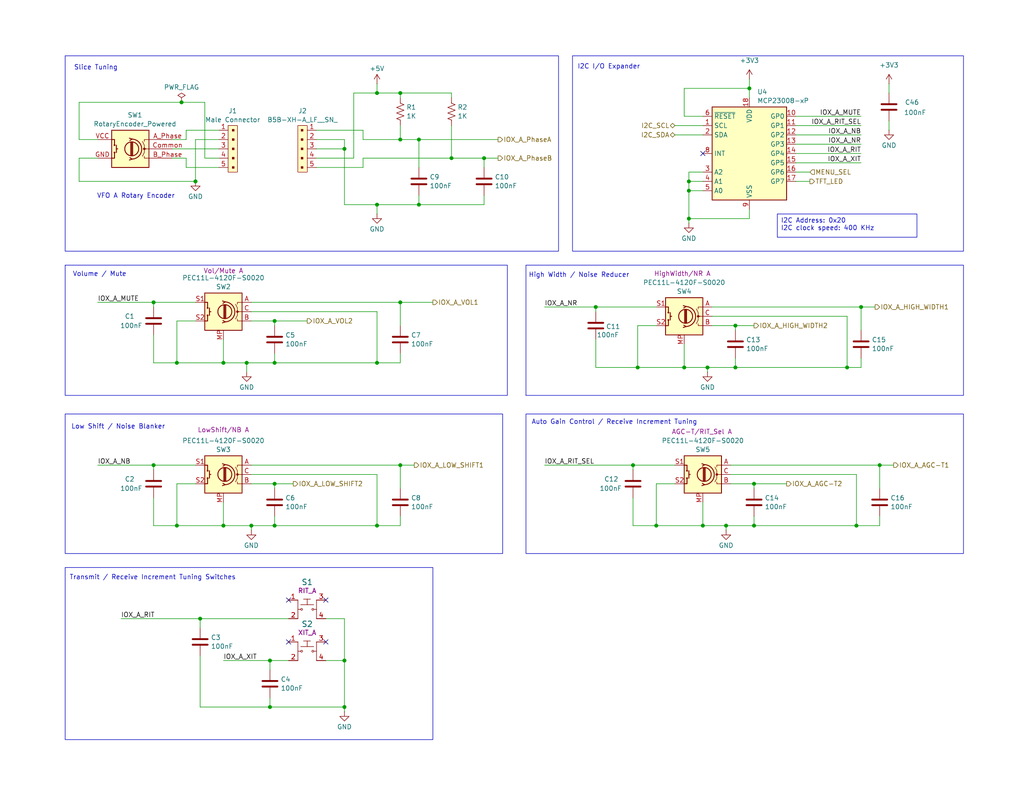
<source format=kicad_sch>
(kicad_sch (version 20250114) (generator "eeschema") (generator_version "9.0")
  (paper "USLetter")
  (title_block (title "KD0RC TeensyMaestro") (date "2025-07-27") (rev "v3.0") (company "NV0E") (comment 1 "Based on original design by KD0RC.") (comment 3 "PCB design by NV0E"))
  (lib_symbols
    (symbol "Device:C" (pin_numbers (hide yes)) (pin_names (offset 0.254))
      (property "Reference" "C" (at 0.635 2.54 0))
      (property "Value" "C" (at 0.635 -2.54 0))
      (symbol "C_0_1"
        (polyline (pts (xy -2.032 0.762) (xy 2.032 0.762)) (stroke (width 0.508)))
        (polyline (pts (xy -2.032 -0.762) (xy 2.032 -0.762)) (stroke (width 0.508)))
      )
      (symbol "C_1_1"
        (pin passive line (at 0 3.81 270) (length 2.794) (name "~") (number "1"))
        (pin passive line (at 0 -3.81 90) (length 2.794) (name "~") (number "2"))
      )
    )
    (symbol "Device:R_US" (pin_numbers (hide yes)) (pin_names (offset 0))
      (property "Reference" "R" (at 2.54 0 90))
      (property "Value" "R_US" (at -2.54 0 90))
      (symbol "R_US_0_1"
        (polyline (pts (xy 0 2.286) (xy 0 2.54)))
        (polyline (pts (xy 0 2.286) (xy 1.016 1.905) (xy 0 1.524) (xy -1.016 1.143) (xy 0 0.762)))
        (polyline (pts (xy 0 0.762) (xy 1.016 0.381) (xy 0 0) (xy -1.016 -0.381) (xy 0 -0.762)))
        (polyline (pts (xy 0 -0.762) (xy 1.016 -1.143) (xy 0 -1.524) (xy -1.016 -1.905) (xy 0 -2.286)))
        (polyline (pts (xy 0 -2.286) (xy 0 -2.54)))
      )
      (symbol "R_US_1_1"
        (pin passive line (at 0 3.81 270) (length 1.27) (name "~") (number "1"))
        (pin passive line (at 0 -3.81 90) (length 1.27) (name "~") (number "2"))
      )
    )
    (symbol "Device:RotaryEncoder_Switch_MP" (pin_names (offset 0.254) (hide yes))
      (property "Reference" "SW" (at 0 8.89 0))
      (property "Value" "RotaryEncoder_Switch_MP" (at 0 6.35 0))
      (symbol "RotaryEncoder_Switch_MP_0_1"
        (rectangle (start -5.08 5.08) (end 5.08 -5.08) (stroke (width 0.254)) (fill (type background)))
        (polyline (pts (xy -5.08 2.54) (xy -3.81 2.54) (xy -3.81 2.032)))
        (polyline (pts (xy -5.08 0) (xy -3.81 0) (xy -3.81 -1.016) (xy -3.302 -2.032)))
        (polyline (pts (xy -5.08 -2.54) (xy -3.81 -2.54) (xy -3.81 -2.032)))
        (polyline (pts (xy -4.318 0) (xy -3.81 0) (xy -3.81 1.016) (xy -3.302 2.032)))
        (circle (center -3.81 0) (radius 0.254) (fill (type outline)))
        (polyline (pts (xy -0.635 -1.778) (xy -0.635 1.778)) (stroke (width 0.254)))
        (circle (center -0.381 0) (radius 1.905) (stroke (width 0.254)))
        (polyline (pts (xy -0.381 -1.778) (xy -0.381 1.778)) (stroke (width 0.254)))
        (arc (start -0.381 -2.794) (mid -3.0988 -0.0635) (end -0.381 2.667) (stroke (width 0.254)))
        (polyline (pts (xy -0.127 1.778) (xy -0.127 -1.778)) (stroke (width 0.254)))
        (polyline (pts (xy 0.254 2.921) (xy -0.508 2.667) (xy 0.127 2.286)) (stroke (width 0.254)))
        (polyline (pts (xy 0.254 -3.048) (xy -0.508 -2.794) (xy 0.127 -2.413)) (stroke (width 0.254)))
        (polyline (pts (xy 3.81 1.016) (xy 3.81 -1.016)) (stroke (width 0.254)))
        (polyline (pts (xy 3.81 0) (xy 3.429 0)) (stroke (width 0.254)))
        (circle (center 4.318 1.016) (radius 0.127) (stroke (width 0.254)))
        (circle (center 4.318 -1.016) (radius 0.127) (stroke (width 0.254)))
        (polyline (pts (xy 5.08 2.54) (xy 4.318 2.54) (xy 4.318 1.016)) (stroke (width 0.254)))
        (polyline (pts (xy 5.08 -2.54) (xy 4.318 -2.54) (xy 4.318 -1.016)) (stroke (width 0.254)))
      )
      (symbol "RotaryEncoder_Switch_MP_1_1"
        (pin passive line (at -7.62 2.54 0) (length 2.54) (name "A") (number "A"))
        (pin passive line (at -7.62 0 0) (length 2.54) (name "C") (number "C"))
        (pin passive line (at -7.62 -2.54 0) (length 2.54) (name "B") (number "B"))
        (pin passive line (at 0 -7.62 90) (length 2.54) (name "MP") (number "MP"))
        (pin passive line (at 7.62 2.54 180) (length 2.54) (name "S1") (number "S1"))
        (pin passive line (at 7.62 -2.54 180) (length 2.54) (name "S2") (number "S2"))
      )
    )
    (symbol "Interface_Expansion:MCP23008-xP"
      (property "Reference" "U" (at -8.89 13.97 0))
      (property "Value" "MCP23008-xP" (at 8.89 13.97 0))
      (symbol "MCP23008-xP_0_1"
        (rectangle (start -10.16 12.7) (end 10.16 -12.7) (stroke (width 0.254)) (fill (type background)))
      )
      (symbol "MCP23008-xP_1_1"
        (pin input line (at -12.7 10.16 0) (length 2.54) (name "~{RESET}") (number "6"))
        (pin input line (at -12.7 7.62 0) (length 2.54) (name "SCL") (number "1"))
        (pin bidirectional line (at -12.7 5.08 0) (length 2.54) (name "SDA") (number "2"))
        (pin output line (at -12.7 0 0) (length 2.54) (name "INT") (number "8"))
        (pin input line (at -12.7 -5.08 0) (length 2.54) (name "A2") (number "3"))
        (pin input line (at -12.7 -7.62 0) (length 2.54) (name "A1") (number "4"))
        (pin input line (at -12.7 -10.16 0) (length 2.54) (name "A0") (number "5"))
        (pin no_connect line (at -10.16 -2.54 0) (length 2.54) (hide yes) (name "NC") (number "7"))
        (pin power_in line (at 0 15.24 270) (length 2.54) (name "VDD") (number "18"))
        (pin power_in line (at 0 -15.24 90) (length 2.54) (name "VSS") (number "9"))
        (pin bidirectional line (at 12.7 10.16 180) (length 2.54) (name "GP0") (number "10"))
        (pin bidirectional line (at 12.7 7.62 180) (length 2.54) (name "GP1") (number "11"))
        (pin bidirectional line (at 12.7 5.08 180) (length 2.54) (name "GP2") (number "12"))
        (pin bidirectional line (at 12.7 2.54 180) (length 2.54) (name "GP3") (number "13"))
        (pin bidirectional line (at 12.7 0 180) (length 2.54) (name "GP4") (number "14"))
        (pin bidirectional line (at 12.7 -2.54 180) (length 2.54) (name "GP5") (number "15"))
        (pin bidirectional line (at 12.7 -5.08 180) (length 2.54) (name "GP6") (number "16"))
        (pin bidirectional line (at 12.7 -7.62 180) (length 2.54) (name "GP7") (number "17"))
      )
    )
    (symbol "RIMU_Encoder:RotaryEncoder_Powered" (pin_names (offset 0) (hide yes))
      (property "Reference" "SW" (at 0 6.604 0))
      (property "Value" "RotaryEncoder_Powered" (at 0 -6.604 0))
      (symbol "RotaryEncoder_Powered_0_1"
        (rectangle (start -5.08 5.08) (end 5.08 -5.08) (stroke (width 0.254)) (fill (type background)))
        (polyline (pts (xy -5.08 2.54) (xy -8.89 2.54)))
        (polyline (pts (xy -5.08 2.54) (xy -3.81 2.54) (xy -3.81 2.032)))
        (polyline (pts (xy -5.08 0) (xy -8.89 0)))
        (polyline (pts (xy -5.08 0) (xy -3.81 0) (xy -3.81 -1.016) (xy -3.302 -2.032)))
        (polyline (pts (xy -5.08 -2.54) (xy -8.89 -2.54)))
        (polyline (pts (xy -5.08 -2.54) (xy -3.81 -2.54) (xy -3.81 -2.032)))
        (polyline (pts (xy -4.318 0) (xy -3.81 0) (xy -3.81 1.016) (xy -3.302 2.032)))
        (circle (center -3.81 0) (radius 0.254) (fill (type outline)))
        (polyline (pts (xy -0.635 -1.778) (xy -0.635 1.778)) (stroke (width 0.254)))
        (circle (center -0.381 0) (radius 1.905) (stroke (width 0.254)))
        (polyline (pts (xy -0.381 -1.778) (xy -0.381 1.778)) (stroke (width 0.254)))
        (arc (start -0.381 -2.794) (mid -3.0988 -0.0635) (end -0.381 2.667) (stroke (width 0.254)))
        (polyline (pts (xy -0.127 1.778) (xy -0.127 -1.778)) (stroke (width 0.254)))
        (polyline (pts (xy 0.254 2.921) (xy -0.508 2.667) (xy 0.127 2.286)) (stroke (width 0.254)))
        (polyline (pts (xy 0.254 -3.048) (xy -0.508 -2.794) (xy 0.127 -2.413)) (stroke (width 0.254)))
        (polyline (pts (xy 3.81 1.016) (xy 3.81 -1.016)) (stroke (width 0.254)))
        (polyline (pts (xy 3.81 0) (xy 3.429 0)) (stroke (width 0.254)))
        (circle (center 4.318 1.016) (radius 0.127) (stroke (width 0.254)))
        (circle (center 4.318 -1.016) (radius 0.127) (stroke (width 0.254)))
        (polyline (pts (xy 5.08 2.54) (xy 4.318 2.54) (xy 4.318 1.016)) (stroke (width 0.254)))
        (polyline (pts (xy 5.08 -2.54) (xy 4.318 -2.54) (xy 4.318 -1.016)) (stroke (width 0.254)))
        (polyline (pts (xy 6.35 2.54) (xy 5.08 2.54)))
        (polyline (pts (xy 6.35 -2.54) (xy 5.08 -2.54)))
      )
      (symbol "RotaryEncoder_Powered_1_1"
        (pin passive line (at -11.43 2.54 0) (length 2.54) (name "A_Phase") (number "A_Phase"))
        (pin passive line (at -11.43 0 0) (length 2.54) (name "Common") (number "Common"))
        (pin passive line (at -11.43 -2.54 0) (length 2.54) (name "B_Phase") (number "B_Phase"))
        (pin power_in line (at 8.89 2.54 180) (length 2.54) (name "VCC") (number "VCC"))
        (pin power_in line (at 8.89 -2.54 180) (length 2.54) (name "GND") (number "GND"))
      )
    )
    (symbol "dk_Rectangular-Connectors-Headers-Male-Pins:B5B-XH-A_LF__SN_" (pin_names (offset 1.016))
      (property "Reference" "J" (at -2.54 -1.27 0))
      (property "Value" "B5B-XH-A_LF__SN_" (at 5.08 -3.81 0))
      (symbol "B5B-XH-A_LF__SN__1_1"
        (rectangle (start -1.27 0) (end 11.43 -2.54) (fill (type background)))
        (rectangle (start -0.254 -1.143) (end 0.254 -1.651) (fill (type outline)))
        (rectangle (start 2.286 -1.143) (end 2.794 -1.651) (fill (type outline)))
        (rectangle (start 4.826 -1.143) (end 5.334 -1.651) (fill (type outline)))
        (rectangle (start 7.366 -1.143) (end 7.874 -1.651) (fill (type outline)))
        (rectangle (start 9.906 -1.143) (end 10.414 -1.651) (fill (type outline)))
        (pin passive line (at 0 2.54 270) (length 2.54) (name "~") (number "1"))
        (pin passive line (at 2.54 2.54 270) (length 2.54) (name "~") (number "2"))
        (pin passive line (at 5.08 2.54 270) (length 2.54) (name "~") (number "3"))
        (pin passive line (at 7.62 2.54 270) (length 2.54) (name "~") (number "4"))
        (pin passive line (at 10.16 2.54 270) (length 2.54) (name "~") (number "5"))
      )
    )
    (symbol "dk_Tactile-Switches:1825910-6" (pin_names (offset 1.016))
      (property "Reference" "S" (at 0 4.572 0))
      (property "Value" "1825910-6" (at 0.127 -5.08 0))
      (symbol "1825910-6_0_1"
        (polyline (pts (xy -2.54 2.54) (xy -2.54 -2.54)))
        (polyline (pts (xy -1.778 1.27) (xy 1.778 1.27)))
        (polyline (pts (xy -1.778 0) (xy -2.54 0)))
        (circle (center -1.524 0) (radius 0.254))
        (circle (center 1.524 0) (radius 0.254))
        (polyline (pts (xy 2.54 0) (xy 1.778 0)))
        (polyline (pts (xy 2.54 -2.54) (xy 2.54 2.54)))
      )
      (symbol "1825910-6_1_1"
        (polyline (pts (xy -1.016 2.794) (xy 0.889 2.794)))
        (polyline (pts (xy 0 2.794) (xy 0 1.27)))
        (pin passive line (at -5.08 2.54 0) (length 2.54) (name "~") (number "1"))
        (pin passive line (at -5.08 -2.54 0) (length 2.54) (name "~") (number "2"))
        (pin passive line (at 5.08 2.54 180) (length 2.54) (name "~") (number "3"))
        (pin passive line (at 5.08 -2.54 180) (length 2.54) (name "~") (number "4"))
      )
    )
    (symbol "power:+3.3V" (power) (pin_numbers (hide yes)) (pin_names (offset 0) (hide yes))
      (property "Value" "+3.3V" (at 0 3.556 0))
      (symbol "+3.3V_0_1"
        (polyline (pts (xy -0.762 1.27) (xy 0 2.54)))
        (polyline (pts (xy 0 2.54) (xy 0.762 1.27)))
        (polyline (pts (xy 0 0) (xy 0 2.54)))
      )
      (symbol "+3.3V_1_1"
        (pin power_in line (at 0 0 90) (length 0) (name "~") (number "1"))
      )
    )
    (symbol "power:+5V" (power) (pin_numbers (hide yes)) (pin_names (offset 0) (hide yes))
      (property "Value" "+5V" (at 0 3.556 0))
      (symbol "+5V_0_1"
        (polyline (pts (xy -0.762 1.27) (xy 0 2.54)))
        (polyline (pts (xy 0 2.54) (xy 0.762 1.27)))
        (polyline (pts (xy 0 0) (xy 0 2.54)))
      )
      (symbol "+5V_1_1"
        (pin power_in line (at 0 0 90) (length 0) (name "~") (number "1"))
      )
    )
    (symbol "power:GND" (power) (pin_numbers (hide yes)) (pin_names (offset 0) (hide yes))
      (property "Value" "GND" (at 0 -3.81 0))
      (symbol "GND_0_1"
        (polyline (pts (xy 0 0) (xy 0 -1.27) (xy 1.27 -1.27) (xy 0 -2.54) (xy -1.27 -1.27) (xy 0 -1.27)))
      )
      (symbol "GND_1_1"
        (pin power_in line (at 0 0 270) (length 0) (name "~") (number "1"))
      )
    )
    (symbol "power:PWR_FLAG" (power) (pin_numbers (hide yes)) (pin_names (offset 0) (hide yes))
      (property "Value" "PWR_FLAG" (at 0 3.81 0))
      (symbol "PWR_FLAG_0_0"
        (pin power_out line (at 0 0 90) (length 0) (name "~") (number "1"))
      )
      (symbol "PWR_FLAG_0_1"
        (polyline (pts (xy 0 0) (xy 0 1.27) (xy -1.016 1.905) (xy 0 2.54) (xy 1.016 1.905) (xy 0 1.27)))
      )
    )
  )
  (rectangle (start 17.78 113.03) (end 137.16 151.13))
  (rectangle (start 143.51 72.39) (end 262.89 107.95))
  (rectangle (start 17.78 72.39) (end 138.43 107.95))
  (rectangle (start 156.21 15.24) (end 262.89 68.58))
  (rectangle (start 143.51 107.95) (end 143.51 107.95))
  (rectangle (start 17.78 154.94) (end 118.11 201.93))
  (rectangle (start 17.78 15.24) (end 152.4 68.58))
  (rectangle (start 143.51 113.03) (end 262.89 151.13))
  (text "Volume / Mute" (at 27.178 74.93 0) (effects (font (size 1.27 1.27))))
  (text "Slice Tuning" (at 26.162 18.542 0) (effects (font (size 1.27 1.27))))
  (text "Low Shift / Noise Blanker" (at 32.258 116.586 0) (effects (font (size 1.27 1.27))))
  (text "High Width / Noise Reducer" (at 157.988 75.184 0) (effects (font (size 1.27 1.27))))
  (text "I2C I/O Expander" (at 166.116 18.288 0) (effects (font (size 1.27 1.27))))
  (text "VFO A Rotary Encoder" (at 37.084 53.594 0) (effects (font (size 1.27 1.27))))
  (text "Transmit / Receive Increment Tuning Switches" (at 41.656 157.734 0) (effects (font (size 1.27 1.27))))
  (text "Auto Gain Control / Receive Increment Tuning" (at 167.64 115.316 0) (effects (font (size 1.27 1.27))))
  (text_box "I2C Address: 0x20\nI2C clock speed: 400 KHz" (at 212.09 58.42 0) (size 38.1 6.35) (margins 0.9525 0.9525 0.9525 0.9525) (effects (font (size 1.27 1.27)) (justify left top)))
  (junction (at 205.74 143.51))
  (junction (at 132.08 43.18))
  (junction (at 109.22 127))
  (junction (at 231.14 100.33))
  (junction (at 179.07 143.51))
  (junction (at 93.98 40.64))
  (junction (at 74.93 132.08))
  (junction (at 123.19 43.18))
  (junction (at 102.87 25.4))
  (junction (at 187.96 52.07))
  (junction (at 191.77 143.51))
  (junction (at 240.03 127))
  (junction (at 41.91 82.55))
  (junction (at 67.31 99.06))
  (junction (at 48.26 99.06))
  (junction (at 187.96 59.69))
  (junction (at 53.34 49.53))
  (junction (at 198.12 143.51))
  (junction (at 102.87 99.06))
  (junction (at 173.99 100.33))
  (junction (at 102.87 55.88))
  (junction (at 60.96 99.06))
  (junction (at 109.22 82.55))
  (junction (at 205.74 132.08))
  (junction (at 109.22 38.1))
  (junction (at 200.66 88.9))
  (junction (at 200.66 100.33))
  (junction (at 54.61 168.91))
  (junction (at 93.98 180.34))
  (junction (at 48.26 143.51))
  (junction (at 109.22 25.4))
  (junction (at 73.66 180.34))
  (junction (at 74.93 99.06))
  (junction (at 41.91 127))
  (junction (at 186.69 100.33))
  (junction (at 204.47 24.13))
  (junction (at 233.68 143.51))
  (junction (at 49.53 27.94))
  (junction (at 73.66 193.04))
  (junction (at 172.72 127))
  (junction (at 234.95 83.82))
  (junction (at 114.3 55.88))
  (junction (at 74.93 143.51))
  (junction (at 74.93 87.63))
  (junction (at 68.58 143.51))
  (junction (at 162.56 83.82))
  (junction (at 60.96 143.51))
  (junction (at 114.3 38.1))
  (junction (at 102.87 143.51))
  (junction (at 93.98 193.04))
  (junction (at 193.04 100.33))
  (junction (at 187.96 49.53))
  (no_connect (at 78.74 163.83))
  (no_connect (at 191.77 41.91))
  (no_connect (at 88.9 163.83))
  (no_connect (at 78.74 175.26))
  (no_connect (at 88.9 175.26))
  (wire (pts (xy 187.96 52.07) (xy 191.77 52.07)))
  (wire (pts (xy 26.67 127) (xy 41.91 127)))
  (wire (pts (xy 73.66 190.5) (xy 73.66 193.04)))
  (wire (pts (xy 191.77 46.99) (xy 187.96 46.99)))
  (wire (pts (xy 132.08 53.34) (xy 132.08 55.88)))
  (wire (pts (xy 114.3 53.34) (xy 114.3 55.88)))
  (wire (pts (xy 217.17 31.75) (xy 234.95 31.75)))
  (wire (pts (xy 162.56 83.82) (xy 162.56 85.09)))
  (wire (pts (xy 173.99 100.33) (xy 186.69 100.33)))
  (wire (pts (xy 74.93 132.08) (xy 80.01 132.08)))
  (wire (pts (xy 240.03 127) (xy 240.03 133.35)))
  (wire (pts (xy 234.95 97.79) (xy 234.95 100.33)))
  (wire (pts (xy 109.22 82.55) (xy 109.22 88.9)))
  (wire (pts (xy 199.39 127) (xy 240.03 127)))
  (wire (pts (xy 186.69 93.98) (xy 186.69 100.33)))
  (wire (pts (xy 132.08 43.18) (xy 135.89 43.18)))
  (wire (pts (xy 109.22 96.52) (xy 109.22 99.06)))
  (wire (pts (xy 60.96 92.71) (xy 60.96 99.06)))
  (wire (pts (xy 54.61 193.04) (xy 73.66 193.04)))
  (wire (pts (xy 102.87 143.51) (xy 109.22 143.51)))
  (wire (pts (xy 123.19 43.18) (xy 132.08 43.18)))
  (wire (pts (xy 54.61 168.91) (xy 54.61 171.45)))
  (wire (pts (xy 204.47 57.15) (xy 204.47 59.69)))
  (wire (pts (xy 242.57 22.86) (xy 242.57 25.4)))
  (wire (pts (xy 41.91 82.55) (xy 41.91 83.82)))
  (wire (pts (xy 148.59 83.82) (xy 162.56 83.82)))
  (wire (pts (xy 50.8 35.56) (xy 59.69 35.56)))
  (wire (pts (xy 54.61 168.91) (xy 78.74 168.91)))
  (wire (pts (xy 60.96 143.51) (xy 68.58 143.51)))
  (wire (pts (xy 68.58 143.51) (xy 68.58 144.78)))
  (wire (pts (xy 102.87 25.4) (xy 109.22 25.4)))
  (wire (pts (xy 184.15 34.29) (xy 191.77 34.29)))
  (wire (pts (xy 93.98 193.04) (xy 93.98 194.31)))
  (wire (pts (xy 217.17 41.91) (xy 234.95 41.91)))
  (wire (pts (xy 49.53 27.94) (xy 55.88 27.94)))
  (wire (pts (xy 109.22 127) (xy 109.22 133.35)))
  (wire (pts (xy 242.57 33.02) (xy 242.57 35.56)))
  (wire (pts (xy 187.96 49.53) (xy 191.77 49.53)))
  (wire (pts (xy 200.66 88.9) (xy 200.66 90.17)))
  (wire (pts (xy 41.91 82.55) (xy 53.34 82.55)))
  (wire (pts (xy 53.34 49.53) (xy 53.34 38.1)))
  (wire (pts (xy 184.15 132.08) (xy 179.07 132.08)))
  (wire (pts (xy 187.96 52.07) (xy 187.96 59.69)))
  (wire (pts (xy 60.96 137.16) (xy 60.96 143.51)))
  (wire (pts (xy 187.96 46.99) (xy 187.96 49.53)))
  (wire (pts (xy 46.99 38.1) (xy 50.8 38.1)))
  (wire (pts (xy 46.99 40.64) (xy 59.69 40.64)))
  (wire (pts (xy 88.9 168.91) (xy 93.98 168.91)))
  (wire (pts (xy 217.17 39.37) (xy 234.95 39.37)))
  (wire (pts (xy 93.98 55.88) (xy 102.87 55.88)))
  (wire (pts (xy 26.67 38.1) (xy 21.59 38.1)))
  (wire (pts (xy 217.17 34.29) (xy 234.95 34.29)))
  (wire (pts (xy 96.52 25.4) (xy 96.52 43.18)))
  (wire (pts (xy 193.04 100.33) (xy 193.04 101.6)))
  (wire (pts (xy 102.87 22.86) (xy 102.87 25.4)))
  (wire (pts (xy 204.47 59.69) (xy 187.96 59.69)))
  (wire (pts (xy 123.19 34.29) (xy 123.19 43.18)))
  (wire (pts (xy 123.19 26.67) (xy 123.19 25.4)))
  (wire (pts (xy 48.26 87.63) (xy 48.26 99.06)))
  (wire (pts (xy 191.77 143.51) (xy 198.12 143.51)))
  (wire (pts (xy 99.06 45.72) (xy 86.36 45.72)))
  (wire (pts (xy 68.58 82.55) (xy 109.22 82.55)))
  (wire (pts (xy 26.67 43.18) (xy 21.59 43.18)))
  (wire (pts (xy 41.91 127) (xy 53.34 127)))
  (wire (pts (xy 186.69 31.75) (xy 186.69 24.13)))
  (wire (pts (xy 194.31 86.36) (xy 231.14 86.36)))
  (wire (pts (xy 78.74 180.34) (xy 73.66 180.34)))
  (wire (pts (xy 194.31 83.82) (xy 234.95 83.82)))
  (wire (pts (xy 205.74 140.97) (xy 205.74 143.51)))
  (wire (pts (xy 217.17 44.45) (xy 234.95 44.45)))
  (wire (pts (xy 179.07 132.08) (xy 179.07 143.51)))
  (wire (pts (xy 73.66 193.04) (xy 93.98 193.04)))
  (wire (pts (xy 194.31 88.9) (xy 200.66 88.9)))
  (wire (pts (xy 102.87 99.06) (xy 109.22 99.06)))
  (wire (pts (xy 199.39 129.54) (xy 233.68 129.54)))
  (wire (pts (xy 205.74 143.51) (xy 233.68 143.51)))
  (wire (pts (xy 68.58 129.54) (xy 102.87 129.54)))
  (wire (pts (xy 198.12 143.51) (xy 205.74 143.51)))
  (wire (pts (xy 93.98 40.64) (xy 93.98 55.88)))
  (wire (pts (xy 68.58 132.08) (xy 74.93 132.08)))
  (wire (pts (xy 48.26 143.51) (xy 60.96 143.51)))
  (wire (pts (xy 68.58 127) (xy 109.22 127)))
  (wire (pts (xy 102.87 85.09) (xy 102.87 99.06)))
  (wire (pts (xy 109.22 127) (xy 113.03 127)))
  (wire (pts (xy 162.56 83.82) (xy 179.07 83.82)))
  (wire (pts (xy 74.93 132.08) (xy 74.93 133.35)))
  (wire (pts (xy 54.61 179.07) (xy 54.61 193.04)))
  (wire (pts (xy 74.93 87.63) (xy 74.93 88.9)))
  (wire (pts (xy 21.59 49.53) (xy 53.34 49.53)))
  (wire (pts (xy 86.36 35.56) (xy 99.06 35.56)))
  (wire (pts (xy 240.03 127) (xy 243.84 127)))
  (wire (pts (xy 60.96 99.06) (xy 67.31 99.06)))
  (wire (pts (xy 200.66 88.9) (xy 205.74 88.9)))
  (wire (pts (xy 68.58 87.63) (xy 74.93 87.63)))
  (wire (pts (xy 68.58 143.51) (xy 74.93 143.51)))
  (wire (pts (xy 53.34 38.1) (xy 59.69 38.1)))
  (wire (pts (xy 109.22 25.4) (xy 109.22 26.67)))
  (wire (pts (xy 109.22 140.97) (xy 109.22 143.51)))
  (wire (pts (xy 73.66 180.34) (xy 73.66 182.88)))
  (wire (pts (xy 41.91 143.51) (xy 48.26 143.51)))
  (wire (pts (xy 186.69 24.13) (xy 204.47 24.13)))
  (wire (pts (xy 53.34 87.63) (xy 48.26 87.63)))
  (polyline (pts (xy 17.78 72.39) (xy 17.78 72.39)))
  (wire (pts (xy 200.66 97.79) (xy 200.66 100.33)))
  (wire (pts (xy 86.36 40.64) (xy 93.98 40.64)))
  (wire (pts (xy 74.93 87.63) (xy 83.82 87.63)))
  (wire (pts (xy 74.93 99.06) (xy 102.87 99.06)))
  (wire (pts (xy 187.96 49.53) (xy 187.96 52.07)))
  (wire (pts (xy 86.36 38.1) (xy 93.98 38.1)))
  (wire (pts (xy 234.95 83.82) (xy 234.95 90.17)))
  (wire (pts (xy 109.22 38.1) (xy 114.3 38.1)))
  (wire (pts (xy 123.19 43.18) (xy 99.06 43.18)))
  (wire (pts (xy 123.19 25.4) (xy 109.22 25.4)))
  (wire (pts (xy 99.06 43.18) (xy 99.06 45.72)))
  (wire (pts (xy 186.69 100.33) (xy 193.04 100.33)))
  (wire (pts (xy 231.14 100.33) (xy 234.95 100.33)))
  (wire (pts (xy 233.68 143.51) (xy 240.03 143.51)))
  (wire (pts (xy 67.31 99.06) (xy 67.31 101.6)))
  (wire (pts (xy 93.98 180.34) (xy 93.98 193.04)))
  (wire (pts (xy 204.47 21.59) (xy 204.47 24.13)))
  (wire (pts (xy 41.91 91.44) (xy 41.91 99.06)))
  (wire (pts (xy 55.88 27.94) (xy 55.88 43.18)))
  (wire (pts (xy 162.56 92.71) (xy 162.56 100.33)))
  (wire (pts (xy 74.93 140.97) (xy 74.93 143.51)))
  (wire (pts (xy 205.74 132.08) (xy 205.74 133.35)))
  (wire (pts (xy 41.91 135.89) (xy 41.91 143.51)))
  (wire (pts (xy 93.98 38.1) (xy 93.98 40.64)))
  (wire (pts (xy 114.3 38.1) (xy 135.89 38.1)))
  (wire (pts (xy 55.88 43.18) (xy 59.69 43.18)))
  (wire (pts (xy 231.14 86.36) (xy 231.14 100.33)))
  (wire (pts (xy 205.74 132.08) (xy 214.63 132.08)))
  (wire (pts (xy 74.93 96.52) (xy 74.93 99.06)))
  (wire (pts (xy 102.87 129.54) (xy 102.87 143.51)))
  (wire (pts (xy 99.06 38.1) (xy 109.22 38.1)))
  (wire (pts (xy 217.17 49.53) (xy 220.98 49.53)))
  (wire (pts (xy 179.07 88.9) (xy 173.99 88.9)))
  (wire (pts (xy 114.3 38.1) (xy 114.3 45.72)))
  (wire (pts (xy 200.66 100.33) (xy 231.14 100.33)))
  (wire (pts (xy 191.77 137.16) (xy 191.77 143.51)))
  (wire (pts (xy 191.77 31.75) (xy 186.69 31.75)))
  (wire (pts (xy 21.59 43.18) (xy 21.59 49.53)))
  (wire (pts (xy 60.96 180.34) (xy 73.66 180.34)))
  (wire (pts (xy 187.96 59.69) (xy 187.96 60.96)))
  (wire (pts (xy 234.95 83.82) (xy 238.76 83.82)))
  (wire (pts (xy 204.47 24.13) (xy 204.47 26.67)))
  (wire (pts (xy 93.98 168.91) (xy 93.98 180.34)))
  (wire (pts (xy 96.52 25.4) (xy 102.87 25.4)))
  (wire (pts (xy 172.72 127) (xy 184.15 127)))
  (wire (pts (xy 217.17 36.83) (xy 234.95 36.83)))
  (wire (pts (xy 50.8 43.18) (xy 50.8 45.72)))
  (wire (pts (xy 217.17 46.99) (xy 220.98 46.99)))
  (wire (pts (xy 50.8 45.72) (xy 59.69 45.72)))
  (wire (pts (xy 172.72 135.89) (xy 172.72 143.51)))
  (wire (pts (xy 179.07 143.51) (xy 191.77 143.51)))
  (wire (pts (xy 99.06 35.56) (xy 99.06 38.1)))
  (wire (pts (xy 173.99 88.9) (xy 173.99 100.33)))
  (wire (pts (xy 33.02 168.91) (xy 54.61 168.91)))
  (wire (pts (xy 184.15 36.83) (xy 191.77 36.83)))
  (wire (pts (xy 67.31 99.06) (xy 74.93 99.06)))
  (wire (pts (xy 86.36 43.18) (xy 96.52 43.18)))
  (wire (pts (xy 132.08 55.88) (xy 114.3 55.88)))
  (wire (pts (xy 41.91 99.06) (xy 48.26 99.06)))
  (wire (pts (xy 148.59 127) (xy 172.72 127)))
  (wire (pts (xy 172.72 143.51) (xy 179.07 143.51)))
  (wire (pts (xy 21.59 27.94) (xy 49.53 27.94)))
  (wire (pts (xy 109.22 34.29) (xy 109.22 38.1)))
  (wire (pts (xy 68.58 85.09) (xy 102.87 85.09)))
  (wire (pts (xy 41.91 127) (xy 41.91 128.27)))
  (wire (pts (xy 172.72 127) (xy 172.72 128.27)))
  (wire (pts (xy 74.93 143.51) (xy 102.87 143.51)))
  (wire (pts (xy 102.87 55.88) (xy 114.3 55.88)))
  (wire (pts (xy 48.26 99.06) (xy 60.96 99.06)))
  (wire (pts (xy 132.08 43.18) (xy 132.08 45.72)))
  (wire (pts (xy 46.99 43.18) (xy 50.8 43.18)))
  (wire (pts (xy 109.22 82.55) (xy 118.11 82.55)))
  (wire (pts (xy 26.67 82.55) (xy 41.91 82.55)))
  (wire (pts (xy 198.12 143.51) (xy 198.12 144.78)))
  (wire (pts (xy 240.03 140.97) (xy 240.03 143.51)))
  (wire (pts (xy 88.9 180.34) (xy 93.98 180.34)))
  (wire (pts (xy 199.39 132.08) (xy 205.74 132.08)))
  (wire (pts (xy 162.56 100.33) (xy 173.99 100.33)))
  (wire (pts (xy 233.68 129.54) (xy 233.68 143.51)))
  (wire (pts (xy 50.8 38.1) (xy 50.8 35.56)))
  (wire (pts (xy 53.34 132.08) (xy 48.26 132.08)))
  (wire (pts (xy 193.04 100.33) (xy 200.66 100.33)))
  (wire (pts (xy 102.87 55.88) (xy 102.87 58.42)))
  (wire (pts (xy 48.26 132.08) (xy 48.26 143.51)))
  (wire (pts (xy 21.59 38.1) (xy 21.59 27.94)))
  (label "IOX_A_RIT" (at 33.02 168.91 0))
  (label "IOX_A_XIT" (at 234.95 44.45 180))
  (label "IOX_A_NB" (at 26.67 127 0))
  (label "IOX_A_NR" (at 234.95 39.37 180))
  (label "IOX_A_RIT_SEL" (at 234.95 34.29 180))
  (label "IOX_A_MUTE" (at 26.67 82.55 0))
  (label "IOX_A_NB" (at 234.95 36.83 180))
  (label "IOX_A_XIT" (at 60.96 180.34 0))
  (label "IOX_A_RIT_SEL" (at 148.59 127 0))
  (label "IOX_A_NR" (at 148.59 83.82 0))
  (label "IOX_A_MUTE" (at 234.95 31.75 180))
  (label "IOX_A_RIT" (at 234.95 41.91 180))
  (hierarchical_label "IOX_A_PhaseA" (shape output) (at 135.89 38.1 0))
  (hierarchical_label "I2C_SCL" (shape bidirectional) (at 184.15 34.29 180))
  (hierarchical_label "MENU_SEL" (shape input) (at 220.98 46.99 0))
  (hierarchical_label "IOX_A_AGC-T1" (shape output) (at 243.84 127 0))
  (hierarchical_label "IOX_A_HIGH_WIDTH1" (shape output) (at 238.76 83.82 0))
  (hierarchical_label "TFT_LED" (shape output) (at 220.98 49.53 0))
  (hierarchical_label "I2C_SDA" (shape bidirectional) (at 184.15 36.83 180))
  (hierarchical_label "IOX_A_PhaseB" (shape output) (at 135.89 43.18 0))
  (hierarchical_label "IOX_A_VOL2" (shape output) (at 83.82 87.63 0))
  (hierarchical_label "IOX_A_LOW_SHIFT1" (shape output) (at 113.03 127 0))
  (hierarchical_label "IOX_A_LOW_SHIFT2" (shape output) (at 80.01 132.08 0))
  (hierarchical_label "IOX_A_AGC-T2" (shape output) (at 214.63 132.08 0))
  (hierarchical_label "IOX_A_VOL1" (shape output) (at 118.11 82.55 0))
  (hierarchical_label "IOX_A_HIGH_WIDTH2" (shape output) (at 205.74 88.9 0))
  (symbol (lib_id "power:GND") (at 102.87 58.42 0) (unit 1)
    (property "Reference" "#PWR011" (effects (hide yes)))
    (property "Value" "GND" (at 102.87 62.5531 0))
    (property "Description" "Power symbol creates a global label with name \"GND\" , ground" (effects (hide yes)))
  )
  (symbol (lib_id "Device:R_US") (at 109.22 30.48 0) (unit 1)
    (property "Reference" "R1" (at 110.871 29.2678 0) (effects (justify left)))
    (property "Value" "1K" (at 110.871 31.6921 0) (effects (justify left)))
    (property "Footprint" "Resistor_THT:R_Axial_DIN0207_L6.3mm_D2.5mm_P10.16mm_Horizontal" (effects (hide yes)))
    (property "Description" "Resistor, US symbol" (effects (hide yes)))
  )
  (symbol (lib_id "power:GND") (at 53.34 49.53 0) (unit 1)
    (property "Reference" "#PWR027" (effects (hide yes)))
    (property "Value" "GND" (at 53.34 53.6631 0))
    (property "Description" "Power symbol creates a global label with name \"GND\" , ground" (effects (hide yes)))
  )
  (symbol (lib_id "Device:C") (at 172.72 132.08 0) (unit 1)
    (property "Reference" "C12" (at 164.846 130.81 0) (effects (justify left)))
    (property "Value" "100nF" (at 163.576 133.35 0) (effects (justify left)))
    (property "Footprint" "Capacitor_THT:C_Disc_D5.0mm_W2.5mm_P5.00mm" (effects (hide yes)))
    (property "Description" "Unpolarized capacitor" (effects (hide yes)))
  )
  (symbol (lib_id "power:GND") (at 242.57 35.56 0) (unit 1)
    (property "Reference" "#PWR047" (effects (hide yes)))
    (property "Value" "GND" (at 242.57 39.6931 0))
    (property "Description" "Power symbol creates a global label with name \"GND\" , ground" (effects (hide yes)))
  )
  (symbol (lib_id "Device:C") (at 240.03 137.16 0) (unit 1)
    (property "Reference" "C16" (at 242.951 135.9478 0) (effects (justify left)))
    (property "Value" "100nF" (at 242.951 138.3721 0) (effects (justify left)))
    (property "Footprint" "Capacitor_THT:C_Disc_D5.0mm_W2.5mm_P5.00mm" (effects (hide yes)))
    (property "Description" "Unpolarized capacitor" (effects (hide yes)))
  )
  (symbol (lib_id "Device:RotaryEncoder_Switch_MP") (at 186.69 86.36 0) (mirror y) (unit 1)
    (property "Reference" "SW4" (at 186.69 79.5599 0))
    (property "Value" "PEC11L-4120F-S0020" (at 186.69 77.1356 0))
    (property "Footprint" "RIMU_Encoders:PEC11L4115FS0020_VNR" (effects (hide yes)))
    (property "Description" "Rotary encoder, dual channel, incremental quadrate outputs, with switch and MP Pin" (effects (hide yes)))
    (property "Purpose" "HighWidth/NR A" (at 186.182 74.676 0))
  )
  (symbol (lib_id "Device:R_US") (at 123.19 30.48 0) (unit 1)
    (property "Reference" "R2" (at 124.841 29.2678 0) (effects (justify left)))
    (property "Value" "1K" (at 124.841 31.6921 0) (effects (justify left)))
    (property "Footprint" "Resistor_THT:R_Axial_DIN0207_L6.3mm_D2.5mm_P10.16mm_Horizontal" (effects (hide yes)))
    (property "Description" "Resistor, US symbol" (effects (hide yes)))
  )
  (symbol (lib_id "Device:C") (at 200.66 93.98 0) (unit 1)
    (property "Reference" "C13" (at 203.581 92.7678 0) (effects (justify left)))
    (property "Value" "100nF" (at 203.581 95.1921 0) (effects (justify left)))
    (property "Footprint" "Capacitor_THT:C_Disc_D5.0mm_W2.5mm_P5.00mm" (effects (hide yes)))
    (property "Description" "Unpolarized capacitor" (effects (hide yes)))
  )
  (symbol (lib_id "Device:C") (at 54.61 175.26 0) (unit 1)
    (property "Reference" "C3" (at 57.531 174.0478 0) (effects (justify left)))
    (property "Value" "100nF" (at 57.531 176.4721 0) (effects (justify left)))
    (property "Footprint" "Capacitor_THT:C_Disc_D5.0mm_W2.5mm_P5.00mm" (effects (hide yes)))
    (property "Description" "Unpolarized capacitor" (effects (hide yes)))
  )
  (symbol (lib_id "Device:C") (at 41.91 87.63 0) (unit 1)
    (property "Reference" "C1" (at 34.036 86.36 0) (effects (justify left)))
    (property "Value" "100nF" (at 32.766 88.9 0) (effects (justify left)))
    (property "Footprint" "Capacitor_THT:C_Disc_D5.0mm_W2.5mm_P5.00mm" (effects (hide yes)))
    (property "Description" "Unpolarized capacitor" (effects (hide yes)))
  )
  (symbol (lib_id "Device:RotaryEncoder_Switch_MP") (at 60.96 85.09 0) (mirror y) (unit 1)
    (property "Reference" "SW2" (at 60.96 78.2899 0))
    (property "Value" "PEC11L-4120F-S0020" (at 60.96 75.8656 0))
    (property "Footprint" "RIMU_Encoders:PEC11L4115FS0020_NR" (effects (hide yes)))
    (property "Description" "Rotary encoder, dual channel, incremental quadrate outputs, with switch and MP Pin" (effects (hide yes)))
    (property "Purpose" "Vol/Mute A" (at 60.96 73.914 0))
  )
  (symbol (lib_id "power:PWR_FLAG") (at 49.53 27.94 0) (unit 1)
    (property "Reference" "#FLG04" (effects (hide yes)))
    (property "Value" "PWR_FLAG" (at 49.53 23.8069 0))
    (property "Description" "Special symbol for telling ERC where power comes from" (effects (hide yes)))
  )
  (symbol (lib_id "power:GND") (at 198.12 144.78 0) (unit 1)
    (property "Reference" "#PWR013" (effects (hide yes)))
    (property "Value" "GND" (at 198.12 148.9131 0))
    (property "Description" "Power symbol creates a global label with name \"GND\" , ground" (effects (hide yes)))
  )
  (symbol (lib_id "power:GND") (at 187.96 60.96 0) (unit 1)
    (property "Reference" "#PWR040" (effects (hide yes)))
    (property "Value" "GND" (at 187.96 65.0931 0))
    (property "Description" "Power symbol creates a global label with name \"GND\" , ground" (effects (hide yes)))
  )
  (symbol (lib_id "power:+5V") (at 102.87 22.86 0) (unit 1)
    (property "Reference" "#PWR010" (effects (hide yes)))
    (property "Value" "+5V" (at 102.87 18.7269 0))
    (property "Description" "Power symbol creates a global label with name \"+5V\"" (effects (hide yes)))
  )
  (symbol (lib_id "Device:C") (at 162.56 88.9 0) (unit 1)
    (property "Reference" "C11" (at 165.354 89.154 0) (effects (justify left)))
    (property "Value" "100nF" (at 162.814 91.44 0) (effects (justify left)))
    (property "Footprint" "Capacitor_THT:C_Disc_D5.0mm_W2.5mm_P5.00mm" (effects (hide yes)))
    (property "Description" "Unpolarized capacitor" (effects (hide yes)))
  )
  (symbol (lib_id "Device:C") (at 109.22 137.16 0) (unit 1)
    (property "Reference" "C8" (at 112.141 135.9478 0) (effects (justify left)))
    (property "Value" "100nF" (at 112.141 138.3721 0) (effects (justify left)))
    (property "Footprint" "Capacitor_THT:C_Disc_D5.0mm_W2.5mm_P5.00mm" (effects (hide yes)))
    (property "Description" "Unpolarized capacitor" (effects (hide yes)))
  )
  (symbol (lib_id "power:GND") (at 193.04 101.6 0) (unit 1)
    (property "Reference" "#PWR012" (effects (hide yes)))
    (property "Value" "GND" (at 193.04 105.7331 0))
    (property "Description" "Power symbol creates a global label with name \"GND\" , ground" (effects (hide yes)))
  )
  (symbol (lib_id "Device:C") (at 74.93 137.16 0) (unit 1)
    (property "Reference" "C6" (at 77.851 135.9478 0) (effects (justify left)))
    (property "Value" "100nF" (at 77.851 138.3721 0) (effects (justify left)))
    (property "Footprint" "Capacitor_THT:C_Disc_D5.0mm_W2.5mm_P5.00mm" (effects (hide yes)))
    (property "Description" "Unpolarized capacitor" (effects (hide yes)))
  )
  (symbol (lib_id "power:+3.3V") (at 204.47 21.59 0) (unit 1)
    (property "Reference" "#PWR043" (effects (hide yes)))
    (property "Value" "+3V3" (at 204.47 16.51 0))
  )
  (symbol (lib_id "Device:C") (at 109.22 92.71 0) (unit 1)
    (property "Reference" "C7" (at 112.141 91.4978 0) (effects (justify left)))
    (property "Value" "100nF" (at 112.141 93.9221 0) (effects (justify left)))
    (property "Footprint" "Capacitor_THT:C_Disc_D5.0mm_W2.5mm_P5.00mm" (effects (hide yes)))
    (property "Description" "Unpolarized capacitor" (effects (hide yes)))
  )
  (symbol (lib_id "Device:C") (at 114.3 49.53 0) (unit 1)
    (property "Reference" "C9" (at 117.221 48.3178 0) (effects (justify left)))
    (property "Value" "100nF" (at 117.221 50.7421 0) (effects (justify left)))
    (property "Footprint" "Capacitor_THT:C_Disc_D5.0mm_W2.5mm_P5.00mm" (effects (hide yes)))
    (property "Description" "Unpolarized capacitor" (effects (hide yes)))
  )
  (symbol (lib_id "Device:RotaryEncoder_Switch_MP") (at 60.96 129.54 0) (mirror y) (unit 1)
    (property "Reference" "SW3" (at 60.96 122.7399 0))
    (property "Value" "PEC11L-4120F-S0020" (at 60.96 120.3156 0))
    (property "Footprint" "RIMU_Encoders:PEC11L4115FS0020_NR" (effects (hide yes)))
    (property "Description" "Rotary encoder, dual channel, incremental quadrate outputs, with switch and MP Pin" (effects (hide yes)))
    (property "Purpose" "LowShift/NB A" (at 60.96 117.348 0))
  )
  (symbol (lib_id "dk_Tactile-Switches:1825910-6") (at 83.82 177.8 0) (unit 1)
    (property "Reference" "S2" (at 83.82 170.3756 0) (effects (font (size 1.524 1.524))))
    (property "Value" "1825910-6" (effects (hide yes)))
    (property "Footprint" "RIMU_Switches:3ETH9120" (effects (hide yes)))
    (property "Datasheet" "https://www.te.com/commerce/DocumentDelivery/DDEController?Action=srchrtrv&DocNm=1825910&DocType=Customer+Drawing&DocLang=English" (effects (hide yes)))
    (property "Description" "SWITCH TACTILE SPST-NO 0.05A 24V" (effects (hide yes)))
    (property "Digi-Key_PN" "450-1650-ND" (effects (hide yes)))
    (property "MPN" "1825910-6" (effects (hide yes)))
    (property "Category" "Switches" (effects (hide yes)))
    (property "Family" "Tactile Switches" (effects (hide yes)))
    (property "DK_Datasheet_Link" "https://www.te.com/commerce/DocumentDelivery/DDEController?Action=srchrtrv&DocNm=1825910&DocType=Customer+Drawing&DocLang=English" (effects (hide yes)))
    (property "DK_Detail_Page" "/product-detail/en/te-connectivity-alcoswitch-switches/1825910-6/450-1650-ND/1632536" (effects (hide yes)))
    (property "Description_1" "SWITCH TACTILE SPST-NO 0.05A 24V" (effects (hide yes)))
    (property "Manufacturer" "TE Connectivity ALCOSWITCH Switches" (effects (hide yes)))
    (property "Status" "Active" (effects (hide yes)))
    (property "Purpose" "XIT_A" (at 83.82 172.72 0))
  )
  (symbol (lib_id "dk_Rectangular-Connectors-Headers-Male-Pins:B5B-XH-A_LF__SN_") (at 62.23 35.56 90) (mirror x) (unit 1) (on_board no)
    (property "Reference" "J1" (at 63.5 30.2725 90))
    (property "Value" "Male Connector" (at 63.5 32.6968 90))
    (property "Footprint" "digikey-footprints:PinHeader_1x5_P2.5mm_Drill1.1mm" (effects (hide yes)))
    (property "Datasheet" "http://www.jst-mfg.com/product/pdf/eng/eXH.pdf" (effects (hide yes)))
    (property "Description" "CONN HEADER VERT 5POS 2.5MM" (effects (hide yes)))
    (property "Digi-Key_PN" "455-2270-ND" (effects (hide yes)))
    (property "MPN" "B5B-XH-A(LF)(SN)" (effects (hide yes)))
    (property "Category" "Connectors, Interconnects" (effects (hide yes)))
    (property "Family" "Rectangular Connectors - Headers, Male Pins" (effects (hide yes)))
    (property "DK_Datasheet_Link" "http://www.jst-mfg.com/product/pdf/eng/eXH.pdf" (effects (hide yes)))
    (property "DK_Detail_Page" "/product-detail/en/jst-sales-america-inc/B5B-XH-A(LF)(SN)/455-2270-ND/1530483" (effects (hide yes)))
    (property "Description_1" "CONN HEADER VERT 5POS 2.5MM" (effects (hide yes)))
    (property "Manufacturer" "JST Sales America Inc." (effects (hide yes)))
    (property "Status" "Active" (effects (hide yes)))
  )
  (symbol (lib_id "power:GND") (at 67.31 101.6 0) (unit 1)
    (property "Reference" "#PWR07" (effects (hide yes)))
    (property "Value" "GND" (at 67.31 105.7331 0))
    (property "Description" "Power symbol creates a global label with name \"GND\" , ground" (effects (hide yes)))
  )
  (symbol (lib_id "Device:C") (at 73.66 186.69 0) (unit 1)
    (property "Reference" "C4" (at 76.581 185.4778 0) (effects (justify left)))
    (property "Value" "100nF" (at 76.581 187.9021 0) (effects (justify left)))
    (property "Footprint" "Capacitor_THT:C_Disc_D5.0mm_W2.5mm_P5.00mm" (effects (hide yes)))
    (property "Description" "Unpolarized capacitor" (effects (hide yes)))
  )
  (symbol (lib_id "RIMU_Encoder:RotaryEncoder_Powered") (at 35.56 40.64 0) (mirror y) (unit 1) (on_board no)
    (property "Reference" "SW1" (at 36.83 31.4155 0))
    (property "Value" "RotaryEncoder_Powered" (at 36.83 33.8398 0))
    (property "Description" "Rotary encoder, dual channel, incremental quadrate outputs, with power input" (effects (hide yes)))
  )
  (symbol (lib_id "dk_Tactile-Switches:1825910-6") (at 83.82 166.37 0) (unit 1)
    (property "Reference" "S1" (at 83.82 158.9456 0) (effects (font (size 1.524 1.524))))
    (property "Value" "1825910-6" (effects (hide yes)))
    (property "Footprint" "RIMU_Switches:3ETH9120" (effects (hide yes)))
    (property "Datasheet" "https://www.te.com/commerce/DocumentDelivery/DDEController?Action=srchrtrv&DocNm=1825910&DocType=Customer+Drawing&DocLang=English" (effects (hide yes)))
    (property "Description" "SWITCH TACTILE SPST-NO 0.05A 24V" (effects (hide yes)))
    (property "Digi-Key_PN" "450-1650-ND" (effects (hide yes)))
    (property "MPN" "1825910-6" (effects (hide yes)))
    (property "Category" "Switches" (effects (hide yes)))
    (property "Family" "Tactile Switches" (effects (hide yes)))
    (property "DK_Datasheet_Link" "https://www.te.com/commerce/DocumentDelivery/DDEController?Action=srchrtrv&DocNm=1825910&DocType=Customer+Drawing&DocLang=English" (effects (hide yes)))
    (property "DK_Detail_Page" "/product-detail/en/te-connectivity-alcoswitch-switches/1825910-6/450-1650-ND/1632536" (effects (hide yes)))
    (property "Description_1" "SWITCH TACTILE SPST-NO 0.05A 24V" (effects (hide yes)))
    (property "Manufacturer" "TE Connectivity ALCOSWITCH Switches" (effects (hide yes)))
    (property "Status" "Active" (effects (hide yes)))
    (property "Purpose" "RIT_A" (at 83.82 161.29 0))
  )
  (symbol (lib_id "Device:C") (at 41.91 132.08 0) (unit 1)
    (property "Reference" "C2" (at 34.036 130.81 0) (effects (justify left)))
    (property "Value" "100nF" (at 32.766 133.35 0) (effects (justify left)))
    (property "Footprint" "Capacitor_THT:C_Disc_D5.0mm_W2.5mm_P5.00mm" (effects (hide yes)))
    (property "Description" "Unpolarized capacitor" (effects (hide yes)))
  )
  (symbol (lib_id "Device:C") (at 242.57 29.21 0) (unit 1)
    (property "Reference" "C46" (at 246.888 27.94 0) (effects (justify left)))
    (property "Value" "100nF" (at 246.634 30.734 0) (effects (justify left)))
    (property "Footprint" "Capacitor_THT:C_Disc_D5.0mm_W2.5mm_P5.00mm" (effects (hide yes)))
    (property "Description" "Unpolarized capacitor" (effects (hide yes)))
  )
  (symbol (lib_id "dk_Rectangular-Connectors-Headers-Male-Pins:B5B-XH-A_LF__SN_") (at 83.82 35.56 270) (unit 1)
    (property "Reference" "J2" (at 82.55 30.2725 90))
    (property "Value" "B5B-XH-A_LF__SN_" (at 82.55 32.6968 90))
    (property "Footprint" "Connector_JST:JST_XH_B5B-XH-A_1x05_P2.50mm_Vertical" (effects (hide yes)))
    (property "Datasheet" "http://www.jst-mfg.com/product/pdf/eng/eXH.pdf" (effects (hide yes)))
    (property "Description" "CONN HEADER VERT 5POS 2.5MM" (effects (hide yes)))
    (property "Digi-Key_PN" "455-2270-ND" (effects (hide yes)))
    (property "MPN" "B5B-XH-A(LF)(SN)" (effects (hide yes)))
    (property "Category" "Connectors, Interconnects" (effects (hide yes)))
    (property "Family" "Rectangular Connectors - Headers, Male Pins" (effects (hide yes)))
    (property "DK_Datasheet_Link" "http://www.jst-mfg.com/product/pdf/eng/eXH.pdf" (effects (hide yes)))
    (property "DK_Detail_Page" "/product-detail/en/jst-sales-america-inc/B5B-XH-A(LF)(SN)/455-2270-ND/1530483" (effects (hide yes)))
    (property "Description_1" "CONN HEADER VERT 5POS 2.5MM" (effects (hide yes)))
    (property "Manufacturer" "JST Sales America Inc." (effects (hide yes)))
    (property "Status" "Active" (effects (hide yes)))
  )
  (symbol (lib_id "power:+3.3V") (at 242.57 22.86 0) (unit 1)
    (property "Reference" "#PWR046" (effects (hide yes)))
    (property "Value" "+3V3" (at 242.57 17.78 0))
  )
  (symbol (lib_id "Device:C") (at 205.74 137.16 0) (unit 1)
    (property "Reference" "C14" (at 208.661 135.9478 0) (effects (justify left)))
    (property "Value" "100nF" (at 208.661 138.3721 0) (effects (justify left)))
    (property "Footprint" "Capacitor_THT:C_Disc_D5.0mm_W2.5mm_P5.00mm" (effects (hide yes)))
    (property "Description" "Unpolarized capacitor" (effects (hide yes)))
  )
  (symbol (lib_id "power:GND") (at 68.58 144.78 0) (unit 1)
    (property "Reference" "#PWR08" (effects (hide yes)))
    (property "Value" "GND" (at 68.58 148.9131 0))
    (property "Description" "Power symbol creates a global label with name \"GND\" , ground" (effects (hide yes)))
  )
  (symbol (lib_id "power:GND") (at 93.98 194.31 0) (unit 1)
    (property "Reference" "#PWR09" (effects (hide yes)))
    (property "Value" "GND" (at 93.98 198.4431 0))
    (property "Description" "Power symbol creates a global label with name \"GND\" , ground" (effects (hide yes)))
  )
  (symbol (lib_id "Interface_Expansion:MCP23008-xP") (at 204.47 41.91 0) (unit 1)
    (property "Reference" "U4" (at 206.6133 25.0655 0) (effects (justify left)))
    (property "Value" "MCP23008-xP" (at 206.6133 27.4898 0) (effects (justify left)))
    (property "Footprint" "Package_DIP:DIP-18_W7.62mm" (effects (hide yes)))
    (property "Datasheet" "http://ww1.microchip.com/downloads/en/DeviceDoc/MCP23008-MCP23S08-Data-Sheet-20001919F.pdf" (effects (hide yes)))
    (property "Description" "8-bit I/O expander, I2C, interrupts, PDIP-18" (effects (hide yes)))
  )
  (symbol (lib_id "Device:C") (at 74.93 92.71 0) (unit 1)
    (property "Reference" "C5" (at 77.851 91.4978 0) (effects (justify left)))
    (property "Value" "100nF" (at 77.851 93.9221 0) (effects (justify left)))
    (property "Footprint" "Capacitor_THT:C_Disc_D5.0mm_W2.5mm_P5.00mm" (effects (hide yes)))
    (property "Description" "Unpolarized capacitor" (effects (hide yes)))
  )
  (symbol (lib_id "Device:RotaryEncoder_Switch_MP") (at 191.77 129.54 0) (mirror y) (unit 1)
    (property "Reference" "SW5" (at 191.77 122.7399 0))
    (property "Value" "PEC11L-4120F-S0020" (at 191.77 120.3156 0))
    (property "Footprint" "RIMU_Encoders:PEC11L4115FS0020_VNR" (effects (hide yes)))
    (property "Description" "Rotary encoder, dual channel, incremental quadrate outputs, with switch and MP Pin" (effects (hide yes)))
    (property "Purpose" "AGC-T/RIT_Sel A" (at 191.516 117.856 0))
  )
  (symbol (lib_id "Device:C") (at 234.95 93.98 0) (unit 1)
    (property "Reference" "C15" (at 237.871 92.7678 0) (effects (justify left)))
    (property "Value" "100nF" (at 237.871 95.1921 0) (effects (justify left)))
    (property "Footprint" "Capacitor_THT:C_Disc_D5.0mm_W2.5mm_P5.00mm" (effects (hide yes)))
    (property "Description" "Unpolarized capacitor" (effects (hide yes)))
  )
  (symbol (lib_id "Device:C") (at 132.08 49.53 0) (unit 1)
    (property "Reference" "C10" (at 135.001 48.3178 0) (effects (justify left)))
    (property "Value" "100nF" (at 135.001 50.7421 0) (effects (justify left)))
    (property "Footprint" "Capacitor_THT:C_Disc_D5.0mm_W2.5mm_P5.00mm" (effects (hide yes)))
    (property "Description" "Unpolarized capacitor" (effects (hide yes)))
  )
)
</source>
